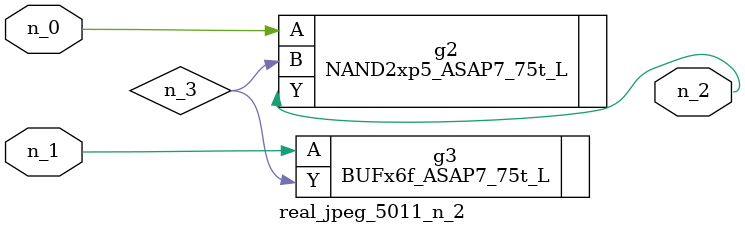
<source format=v>
module real_jpeg_5011_n_2 (n_1, n_0, n_2);

input n_1;
input n_0;

output n_2;

wire n_3;

NAND2xp5_ASAP7_75t_L g2 ( 
.A(n_0),
.B(n_3),
.Y(n_2)
);

BUFx6f_ASAP7_75t_L g3 ( 
.A(n_1),
.Y(n_3)
);


endmodule
</source>
